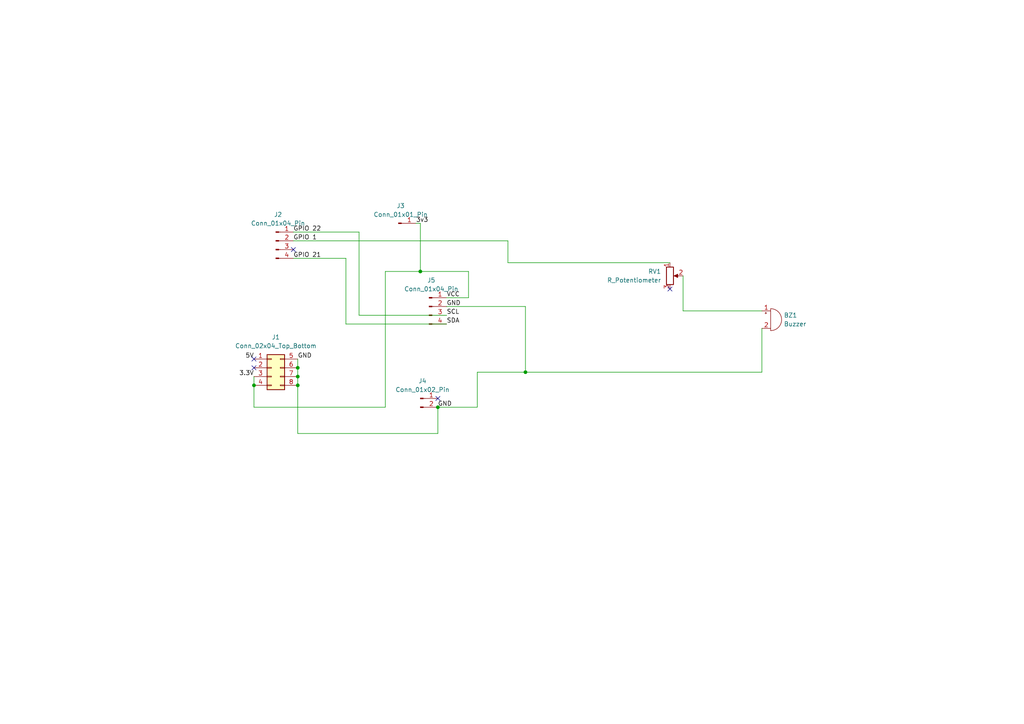
<source format=kicad_sch>
(kicad_sch (version 20231120) (generator "eeschema") (generator_version "8.0")
  (paper "A4")
  (lib_symbols
    (symbol "Connector:Conn_01x01_Pin" (pin_names (offset 1.016) hide)
      (property "Reference" "J" (at 0 2.54 0))
      (property "Value" "Conn_01x01_Pin" (at 0 -2.54 0))
      (symbol "Conn_01x01_Pin_1_1"
        (polyline (pts (xy 1.27 0) (xy 0.8636 0)) (stroke (width 0.1524)))
        (rectangle (start 0.8636 0.127) (end 0 -0.127) (stroke (width 0.1524)) (fill (type outline)))
        (pin passive line (at 5.08 0 180) (length 3.81) (name "Pin_1") (number "1"))
      )
    )
    (symbol "Connector:Conn_01x02_Pin" (pin_names (offset 1.016) hide)
      (property "Reference" "J" (at 0 2.54 0))
      (property "Value" "Conn_01x02_Pin" (at 0 -5.08 0))
      (symbol "Conn_01x02_Pin_1_1"
        (polyline (pts (xy 1.27 -2.54) (xy 0.8636 -2.54)) (stroke (width 0.1524)))
        (polyline (pts (xy 1.27 0) (xy 0.8636 0)) (stroke (width 0.1524)))
        (rectangle (start 0.8636 -2.413) (end 0 -2.667) (stroke (width 0.1524)) (fill (type outline)))
        (rectangle (start 0.8636 0.127) (end 0 -0.127) (stroke (width 0.1524)) (fill (type outline)))
        (pin passive line (at 5.08 0 180) (length 3.81) (name "Pin_1") (number "1"))
        (pin passive line (at 5.08 -2.54 180) (length 3.81) (name "Pin_2") (number "2"))
      )
    )
    (symbol "Connector:Conn_01x04_Pin" (pin_names (offset 1.016) hide)
      (property "Reference" "J" (at 0 5.08 0))
      (property "Value" "Conn_01x04_Pin" (at 0 -7.62 0))
      (symbol "Conn_01x04_Pin_1_1"
        (polyline (pts (xy 1.27 -5.08) (xy 0.8636 -5.08)) (stroke (width 0.1524)))
        (polyline (pts (xy 1.27 -2.54) (xy 0.8636 -2.54)) (stroke (width 0.1524)))
        (polyline (pts (xy 1.27 0) (xy 0.8636 0)) (stroke (width 0.1524)))
        (polyline (pts (xy 1.27 2.54) (xy 0.8636 2.54)) (stroke (width 0.1524)))
        (rectangle (start 0.8636 -4.953) (end 0 -5.207) (stroke (width 0.1524)) (fill (type outline)))
        (rectangle (start 0.8636 -2.413) (end 0 -2.667) (stroke (width 0.1524)) (fill (type outline)))
        (rectangle (start 0.8636 0.127) (end 0 -0.127) (stroke (width 0.1524)) (fill (type outline)))
        (rectangle (start 0.8636 2.667) (end 0 2.413) (stroke (width 0.1524)) (fill (type outline)))
        (pin passive line (at 5.08 2.54 180) (length 3.81) (name "Pin_1") (number "1"))
        (pin passive line (at 5.08 0 180) (length 3.81) (name "Pin_2") (number "2"))
        (pin passive line (at 5.08 -2.54 180) (length 3.81) (name "Pin_3") (number "3"))
        (pin passive line (at 5.08 -5.08 180) (length 3.81) (name "Pin_4") (number "4"))
      )
    )
    (symbol "Connector_Generic:Conn_02x04_Top_Bottom" (pin_names (offset 1.016) hide)
      (property "Reference" "J" (at 1.27 5.08 0))
      (property "Value" "Conn_02x04_Top_Bottom" (at 1.27 -7.62 0))
      (symbol "Conn_02x04_Top_Bottom_1_1"
        (rectangle (start -1.27 -4.953) (end 0 -5.207) (stroke (width 0.1524)))
        (rectangle (start -1.27 -2.413) (end 0 -2.667) (stroke (width 0.1524)))
        (rectangle (start -1.27 0.127) (end 0 -0.127) (stroke (width 0.1524)))
        (rectangle (start -1.27 2.667) (end 0 2.413) (stroke (width 0.1524)))
        (rectangle (start -1.27 3.81) (end 3.81 -6.35) (stroke (width 0.254)) (fill (type background)))
        (rectangle (start 3.81 -4.953) (end 2.54 -5.207) (stroke (width 0.1524)))
        (rectangle (start 3.81 -2.413) (end 2.54 -2.667) (stroke (width 0.1524)))
        (rectangle (start 3.81 0.127) (end 2.54 -0.127) (stroke (width 0.1524)))
        (rectangle (start 3.81 2.667) (end 2.54 2.413) (stroke (width 0.1524)))
        (pin passive line (at -5.08 2.54 0) (length 3.81) (name "Pin_1") (number "1"))
        (pin passive line (at -5.08 0 0) (length 3.81) (name "Pin_2") (number "2"))
        (pin passive line (at -5.08 -2.54 0) (length 3.81) (name "Pin_3") (number "3"))
        (pin passive line (at -5.08 -5.08 0) (length 3.81) (name "Pin_4") (number "4"))
        (pin passive line (at 7.62 2.54 180) (length 3.81) (name "Pin_5") (number "5"))
        (pin passive line (at 7.62 0 180) (length 3.81) (name "Pin_6") (number "6"))
        (pin passive line (at 7.62 -2.54 180) (length 3.81) (name "Pin_7") (number "7"))
        (pin passive line (at 7.62 -5.08 180) (length 3.81) (name "Pin_8") (number "8"))
      )
    )
    (symbol "Device:Buzzer" (pin_names (offset 0.0254) hide)
      (property "Reference" "BZ" (at 3.81 1.27 0))
      (property "Value" "Buzzer" (at 3.81 -1.27 0))
      (symbol "Buzzer_0_1"
        (arc (start 0 -3.175) (mid 3.1612 0) (end 0 3.175))
        (polyline (pts (xy -1.651 1.905) (xy -1.143 1.905)))
        (polyline (pts (xy -1.397 2.159) (xy -1.397 1.651)))
        (polyline (pts (xy 0 3.175) (xy 0 -3.175)))
      )
      (symbol "Buzzer_1_1"
        (pin passive line (at -2.54 2.54 0) (length 2.54) (name "+") (number "1"))
        (pin passive line (at -2.54 -2.54 0) (length 2.54) (name "-") (number "2"))
      )
    )
    (symbol "Device:R_Potentiometer" (pin_names (offset 1.016) hide)
      (property "Reference" "RV" (at -4.445 0 90))
      (property "Value" "R_Potentiometer" (at -2.54 0 90))
      (symbol "R_Potentiometer_0_1"
        (polyline (pts (xy 2.54 0) (xy 1.524 0)))
        (polyline (pts (xy 1.143 0) (xy 2.286 0.508) (xy 2.286 -0.508) (xy 1.143 0)) (fill (type outline)))
        (rectangle (start 1.016 2.54) (end -1.016 -2.54) (stroke (width 0.254)))
      )
      (symbol "R_Potentiometer_1_1"
        (pin passive line (at 0 3.81 270) (length 1.27) (name "1") (number "1"))
        (pin passive line (at 3.81 0 180) (length 1.27) (name "2") (number "2"))
        (pin passive line (at 0 -3.81 90) (length 1.27) (name "3") (number "3"))
      )
    )
  )
  (junction (at 121.92 78.74))
  (junction (at 73.66 111.76))
  (junction (at 152.4 107.95))
  (junction (at 127 118.11))
  (junction (at 86.36 106.68))
  (junction (at 86.36 111.76))
  (junction (at 86.36 109.22))
  (no_connect (at 73.66 104.14))
  (no_connect (at 194.31 83.82))
  (no_connect (at 127 115.57))
  (no_connect (at 85.09 72.39))
  (no_connect (at 73.66 106.68))
  (wire (pts (xy 86.36 109.22) (xy 86.36 111.76)))
  (wire (pts (xy 147.32 69.85) (xy 85.09 69.85)))
  (wire (pts (xy 147.32 76.2) (xy 194.31 76.2)))
  (wire (pts (xy 135.89 78.74) (xy 135.89 86.36)))
  (wire (pts (xy 152.4 107.95) (xy 138.43 107.95)))
  (wire (pts (xy 147.32 69.85) (xy 147.32 76.2)))
  (wire (pts (xy 135.89 86.36) (xy 129.54 86.36)))
  (wire (pts (xy 100.33 74.93) (xy 100.33 93.98)))
  (wire (pts (xy 104.14 67.31) (xy 104.14 91.44)))
  (wire (pts (xy 100.33 93.98) (xy 129.54 93.98)))
  (wire (pts (xy 127 125.73) (xy 86.36 125.73)))
  (wire (pts (xy 152.4 88.9) (xy 152.4 107.95)))
  (wire (pts (xy 152.4 107.95) (xy 220.98 107.95)))
  (wire (pts (xy 104.14 91.44) (xy 129.54 91.44)))
  (wire (pts (xy 85.09 74.93) (xy 100.33 74.93)))
  (wire (pts (xy 73.66 111.76) (xy 73.66 118.11)))
  (wire (pts (xy 73.66 118.11) (xy 111.76 118.11)))
  (wire (pts (xy 73.66 109.22) (xy 73.66 111.76)))
  (wire (pts (xy 129.54 88.9) (xy 152.4 88.9)))
  (wire (pts (xy 111.76 118.11) (xy 111.76 78.74)))
  (wire (pts (xy 121.92 78.74) (xy 135.89 78.74)))
  (wire (pts (xy 198.12 80.01) (xy 198.12 90.17)))
  (wire (pts (xy 86.36 106.68) (xy 86.36 109.22)))
  (wire (pts (xy 138.43 107.95) (xy 138.43 118.11)))
  (wire (pts (xy 198.12 90.17) (xy 220.98 90.17)))
  (wire (pts (xy 86.36 125.73) (xy 86.36 111.76)))
  (wire (pts (xy 127 118.11) (xy 127 125.73)))
  (wire (pts (xy 220.98 95.25) (xy 220.98 107.95)))
  (wire (pts (xy 86.36 104.14) (xy 86.36 106.68)))
  (wire (pts (xy 121.92 64.77) (xy 121.92 78.74)))
  (wire (pts (xy 85.09 67.31) (xy 104.14 67.31)))
  (wire (pts (xy 120.65 64.77) (xy 121.92 64.77)))
  (wire (pts (xy 111.76 78.74) (xy 121.92 78.74)))
  (wire (pts (xy 138.43 118.11) (xy 127 118.11)))
  (label "VCC" (at 129.54 86.36 0))
  (label "GPIO 22" (at 85.09 67.31 0))
  (label "GPIO 21" (at 85.09 74.93 0))
  (label "SCL" (at 129.54 91.44 0))
  (label "5V" (at 73.66 104.14 180))
  (label "GND" (at 127 118.11 0))
  (label "3.3V" (at 73.66 109.22 180))
  (label "3v3" (at 120.65 64.77 0))
  (label "SDA" (at 129.54 93.98 0))
  (label "GPIO 1" (at 85.09 69.85 0))
  (label "GND" (at 86.36 104.14 0))
  (label "GND" (at 129.54 88.9 0))
  (symbol (lib_id "Device:Buzzer") (at 223.52 92.71 0) (unit 1)
    (property "Reference" "BZ1" (at 227.33 91.4399 0) (effects (justify left)))
    (property "Value" "Buzzer" (at 227.33 93.9799 0) (effects (justify left)))
    (property "Footprint" "Buzzer_Beeper:Buzzer_15x7.5RM7.6" (effects (hide yes)))
    (property "Description" "Buzzer, polarized" (effects (hide yes)))
  )
  (symbol (lib_id "Connector:Conn_01x04_Pin") (at 80.01 69.85 0) (unit 1)
    (property "Reference" "J2" (at 80.645 62.23 0))
    (property "Value" "Conn_01x04_Pin" (at 80.645 64.77 0))
    (property "Footprint" "Connector_PinHeader_2.54mm:PinHeader_1x04_P2.54mm_Vertical" (effects (hide yes)))
    (property "Description" "Generic connector, single row, 01x04, script generated" (effects (hide yes)))
  )
  (symbol (lib_id "Connector_Generic:Conn_02x04_Top_Bottom") (at 78.74 106.68 0) (unit 1)
    (property "Reference" "J1" (at 80.01 97.79 0))
    (property "Value" "Conn_02x04_Top_Bottom" (at 80.01 100.33 0))
    (property "Footprint" "Connector_PinHeader_2.54mm:PinHeader_2x04_P2.54mm_Vertical" (effects (hide yes)))
    (property "Description" "Generic connector, double row, 02x04, top/bottom pin numbering scheme (row 1: 1...pins_per_row, row2: pins_per_row+1 ... num_pins), script generated (kicad-library-utils/schlib/autogen/connector/)" (effects (hide yes)))
  )
  (symbol (lib_id "Connector:Conn_01x04_Pin") (at 124.46 88.9 0) (unit 1)
    (property "Reference" "J5" (at 125.095 81.28 0))
    (property "Value" "Conn_01x04_Pin" (at 125.095 83.82 0))
    (property "Footprint" "Connector_PinHeader_2.54mm:PinHeader_1x04_P2.54mm_Vertical" (effects (hide yes)))
    (property "Description" "Generic connector, single row, 01x04, script generated" (effects (hide yes)))
  )
  (symbol (lib_id "Connector:Conn_01x01_Pin") (at 115.57 64.77 0) (unit 1)
    (property "Reference" "J3" (at 116.205 59.69 0))
    (property "Value" "Conn_01x01_Pin" (at 116.205 62.23 0))
    (property "Footprint" "Connector_PinHeader_2.54mm:PinHeader_1x01_P2.54mm_Vertical" (effects (hide yes)))
    (property "Description" "Generic connector, single row, 01x01, script generated" (effects (hide yes)))
  )
  (symbol (lib_id "Device:R_Potentiometer") (at 194.31 80.01 0) (unit 1)
    (property "Reference" "RV1" (at 191.77 78.7399 0) (effects (justify right)))
    (property "Value" "R_Potentiometer" (at 191.77 81.2799 0) (effects (justify right)))
    (property "Footprint" "Connector_PinHeader_2.54mm:PinHeader_1x03_P2.54mm_Vertical" (effects (hide yes)))
    (property "Description" "Potentiometer" (effects (hide yes)))
  )
  (symbol (lib_id "Connector:Conn_01x02_Pin") (at 121.92 115.57 0) (unit 1)
    (property "Reference" "J4" (at 122.555 110.49 0))
    (property "Value" "Conn_01x02_Pin" (at 122.555 113.03 0))
    (property "Footprint" "Connector_PinHeader_2.54mm:PinHeader_1x02_P2.54mm_Vertical" (effects (hide yes)))
    (property "Description" "Generic connector, single row, 01x02, script generated" (effects (hide yes)))
  )
)
</source>
